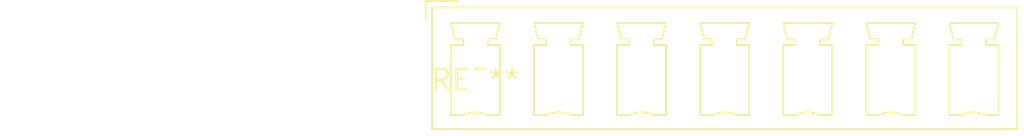
<source format=kicad_pcb>
(kicad_pcb (version 20240108) (generator pcbnew)
  (layers (0 "F.Cu" signal) (31 "B.Cu" signal) (34 "B.Paste" user) (35 "F.Paste" user) (36 "B.SilkS" user "B.Silkscreen") (37 "F.SilkS" user "F.Silkscreen") (38 "B.Mask" user) (39 "F.Mask" user) (44 "Edge.Cuts" user))
  (net 0 "")
  (footprint "PhoenixContact_MCV_1,5_7-G-5.08_1x07_P5.08mm_Vertical" (layer "F.Cu") (at 0 0)
    (property "Reference" "REF**")
    (property "Value" "PhoenixContact_MCV_1,5_7-G-5.08_1x07_P5.08mm_Vertical")
    (fp_line (start -3.04 -4.85) (end -1.04 -4.85) (layer "F.SilkS") (stroke (width 0.12)))
    (fp_line (start -3.04 -3.6) (end -3.04 -4.85) (layer "F.SilkS") (stroke (width 0.12)))
    (fp_line (start -2.65 -4.46) (end -2.65 3.01) (layer "F.SilkS") (stroke (width 0.12)))
    (fp_line (start -2.65 3.01) (end 33.13 3.01) (layer "F.SilkS") (stroke (width 0.12)))
    (fp_line (start -1.5 -3.5) (end 1.5 -3.5) (layer "F.SilkS") (stroke (width 0.12)))
    (fp_line (start -1.5 -2.15) (end -0.75 -2.15) (layer "F.SilkS") (stroke (width 0.12)))
    (fp_line (start -1.5 2.15) (end -1.5 -2.15) (layer "F.SilkS") (stroke (width 0.12)))
    (fp_line (start -1.25 -2.5) (end -1.5 -3.5) (layer "F.SilkS") (stroke (width 0.12)))
    (fp_line (start -0.75 -2.5) (end -1.25 -2.5) (layer "F.SilkS") (stroke (width 0.12)))
    (fp_line (start -0.75 -2.15) (end -0.75 -2.5) (layer "F.SilkS") (stroke (width 0.12)))
    (fp_line (start -0.75 2.15) (end -1.5 2.15) (layer "F.SilkS") (stroke (width 0.12)))
    (fp_line (start 0.75 -2.5) (end 0.75 -2.15) (layer "F.SilkS") (stroke (width 0.12)))
    (fp_line (start 0.75 -2.15) (end 1.5 -2.15) (layer "F.SilkS") (stroke (width 0.12)))
    (fp_line (start 1.25 -2.5) (end 0.75 -2.5) (layer "F.SilkS") (stroke (width 0.12)))
    (fp_line (start 1.5 -3.5) (end 1.25 -2.5) (layer "F.SilkS") (stroke (width 0.12)))
    (fp_line (start 1.5 -2.15) (end 1.5 2.15) (layer "F.SilkS") (stroke (width 0.12)))
    (fp_line (start 1.5 2.15) (end 0.75 2.15) (layer "F.SilkS") (stroke (width 0.12)))
    (fp_line (start 3.58 -3.5) (end 6.58 -3.5) (layer "F.SilkS") (stroke (width 0.12)))
    (fp_line (start 3.58 -2.15) (end 4.33 -2.15) (layer "F.SilkS") (stroke (width 0.12)))
    (fp_line (start 3.58 2.15) (end 3.58 -2.15) (layer "F.SilkS") (stroke (width 0.12)))
    (fp_line (start 3.83 -2.5) (end 3.58 -3.5) (layer "F.SilkS") (stroke (width 0.12)))
    (fp_line (start 4.33 -2.5) (end 3.83 -2.5) (layer "F.SilkS") (stroke (width 0.12)))
    (fp_line (start 4.33 -2.15) (end 4.33 -2.5) (layer "F.SilkS") (stroke (width 0.12)))
    (fp_line (start 4.33 2.15) (end 3.58 2.15) (layer "F.SilkS") (stroke (width 0.12)))
    (fp_line (start 5.83 -2.5) (end 5.83 -2.15) (layer "F.SilkS") (stroke (width 0.12)))
    (fp_line (start 5.83 -2.15) (end 6.58 -2.15) (layer "F.SilkS") (stroke (width 0.12)))
    (fp_line (start 6.33 -2.5) (end 5.83 -2.5) (layer "F.SilkS") (stroke (width 0.12)))
    (fp_line (start 6.58 -3.5) (end 6.33 -2.5) (layer "F.SilkS") (stroke (width 0.12)))
    (fp_line (start 6.58 -2.15) (end 6.58 2.15) (layer "F.SilkS") (stroke (width 0.12)))
    (fp_line (start 6.58 2.15) (end 5.83 2.15) (layer "F.SilkS") (stroke (width 0.12)))
    (fp_line (start 8.66 -3.5) (end 11.66 -3.5) (layer "F.SilkS") (stroke (width 0.12)))
    (fp_line (start 8.66 -2.15) (end 9.41 -2.15) (layer "F.SilkS") (stroke (width 0.12)))
    (fp_line (start 8.66 2.15) (end 8.66 -2.15) (layer "F.SilkS") (stroke (width 0.12)))
    (fp_line (start 8.91 -2.5) (end 8.66 -3.5) (layer "F.SilkS") (stroke (width 0.12)))
    (fp_line (start 9.41 -2.5) (end 8.91 -2.5) (layer "F.SilkS") (stroke (width 0.12)))
    (fp_line (start 9.41 -2.15) (end 9.41 -2.5) (layer "F.SilkS") (stroke (width 0.12)))
    (fp_line (start 9.41 2.15) (end 8.66 2.15) (layer "F.SilkS") (stroke (width 0.12)))
    (fp_line (start 10.91 -2.5) (end 10.91 -2.15) (layer "F.SilkS") (stroke (width 0.12)))
    (fp_line (start 10.91 -2.15) (end 11.66 -2.15) (layer "F.SilkS") (stroke (width 0.12)))
    (fp_line (start 11.41 -2.5) (end 10.91 -2.5) (layer "F.SilkS") (stroke (width 0.12)))
    (fp_line (start 11.66 -3.5) (end 11.41 -2.5) (layer "F.SilkS") (stroke (width 0.12)))
    (fp_line (start 11.66 -2.15) (end 11.66 2.15) (layer "F.SilkS") (stroke (width 0.12)))
    (fp_line (start 11.66 2.15) (end 10.91 2.15) (layer "F.SilkS") (stroke (width 0.12)))
    (fp_line (start 13.74 -3.5) (end 16.74 -3.5) (layer "F.SilkS") (stroke (width 0.12)))
    (fp_line (start 13.74 -2.15) (end 14.49 -2.15) (layer "F.SilkS") (stroke (width 0.12)))
    (fp_line (start 13.74 2.15) (end 13.74 -2.15) (layer "F.SilkS") (stroke (width 0.12)))
    (fp_line (start 13.99 -2.5) (end 13.74 -3.5) (layer "F.SilkS") (stroke (width 0.12)))
    (fp_line (start 14.49 -2.5) (end 13.99 -2.5) (layer "F.SilkS") (stroke (width 0.12)))
    (fp_line (start 14.49 -2.15) (end 14.49 -2.5) (layer "F.SilkS") (stroke (width 0.12)))
    (fp_line (start 14.49 2.15) (end 13.74 2.15) (layer "F.SilkS") (stroke (width 0.12)))
    (fp_line (start 15.99 -2.5) (end 15.99 -2.15) (layer "F.SilkS") (stroke (width 0.12)))
    (fp_line (start 15.99 -2.15) (end 16.74 -2.15) (layer "F.SilkS") (stroke (width 0.12)))
    (fp_line (start 16.49 -2.5) (end 15.99 -2.5) (layer "F.SilkS") (stroke (width 0.12)))
    (fp_line (start 16.74 -3.5) (end 16.49 -2.5) (layer "F.SilkS") (stroke (width 0.12)))
    (fp_line (start 16.74 -2.15) (end 16.74 2.15) (layer "F.SilkS") (stroke (width 0.12)))
    (fp_line (start 16.74 2.15) (end 15.99 2.15) (layer "F.SilkS") (stroke (width 0.12)))
    (fp_line (start 18.82 -3.5) (end 21.82 -3.5) (layer "F.SilkS") (stroke (width 0.12)))
    (fp_line (start 18.82 -2.15) (end 19.57 -2.15) (layer "F.SilkS") (stroke (width 0.12)))
    (fp_line (start 18.82 2.15) (end 18.82 -2.15) (layer "F.SilkS") (stroke (width 0.12)))
    (fp_line (start 19.07 -2.5) (end 18.82 -3.5) (layer "F.SilkS") (stroke (width 0.12)))
    (fp_line (start 19.57 -2.5) (end 19.07 -2.5) (layer "F.SilkS") (stroke (width 0.12)))
    (fp_line (start 19.57 -2.15) (end 19.57 -2.5) (layer "F.SilkS") (stroke (width 0.12)))
    (fp_line (start 19.57 2.15) (end 18.82 2.15) (layer "F.SilkS") (stroke (width 0.12)))
    (fp_line (start 21.07 -2.5) (end 21.07 -2.15) (layer "F.SilkS") (stroke (width 0.12)))
    (fp_line (start 21.07 -2.15) (end 21.82 -2.15) (layer "F.SilkS") (stroke (width 0.12)))
    (fp_line (start 21.57 -2.5) (end 21.07 -2.5) (layer "F.SilkS") (stroke (width 0.12)))
    (fp_line (start 21.82 -3.5) (end 21.57 -2.5) (layer "F.SilkS") (stroke (width 0.12)))
    (fp_line (start 21.82 -2.15) (end 21.82 2.15) (layer "F.SilkS") (stroke (width 0.12)))
    (fp_line (start 21.82 2.15) (end 21.07 2.15) (layer "F.SilkS") (stroke (width 0.12)))
    (fp_line (start 23.9 -3.5) (end 26.9 -3.5) (layer "F.SilkS") (stroke (width 0.12)))
    (fp_line (start 23.9 -2.15) (end 24.65 -2.15) (layer "F.SilkS") (stroke (width 0.12)))
    (fp_line (start 23.9 2.15) (end 23.9 -2.15) (layer "F.SilkS") (stroke (width 0.12)))
    (fp_line (start 24.15 -2.5) (end 23.9 -3.5) (layer "F.SilkS") (stroke (width 0.12)))
    (fp_line (start 24.65 -2.5) (end 24.15 -2.5) (layer "F.SilkS") (stroke (width 0.12)))
    (fp_line (start 24.65 -2.15) (end 24.65 -2.5) (layer "F.SilkS") (stroke (width 0.12)))
    (fp_line (start 24.65 2.15) (end 23.9 2.15) (layer "F.SilkS") (stroke (width 0.12)))
    (fp_line (start 26.15 -2.5) (end 26.15 -2.15) (layer "F.SilkS") (stroke (width 0.12)))
    (fp_line (start 26.15 -2.15) (end 26.9 -2.15) (layer "F.SilkS") (stroke (width 0.12)))
    (fp_line (start 26.65 -2.5) (end 26.15 -2.5) (layer "F.SilkS") (stroke (width 0.12)))
    (fp_line (start 26.9 -3.5) (end 26.65 -2.5) (layer "F.SilkS") (stroke (width 0.12)))
    (fp_line (start 26.9 -2.15) (end 26.9 2.15) (layer "F.SilkS") (stroke (width 0.12)))
    (fp_line (start 26.9 2.15) (end 26.15 2.15) (layer "F.SilkS") (stroke (width 0.12)))
    (fp_line (start 28.98 -3.5) (end 31.98 -3.5) (layer "F.SilkS") (stroke (width 0.12)))
    (fp_line (start 28.98 -2.15) (end 29.73 -2.15) (layer "F.SilkS") (stroke (width 0.12)))
    (fp_line (start 28.98 2.15) (end 28.98 -2.15) (layer "F.SilkS") (stroke (width 0.12)))
    (fp_line (start 29.23 -2.5) (end 28.98 -3.5) (layer "F.SilkS") (stroke (width 0.12)))
    (fp_line (start 29.73 -2.5) (end 29.23 -2.5) (layer "F.SilkS") (stroke (width 0.12)))
    (fp_line (start 29.73 -2.15) (end 29.73 -2.5) (layer "F.SilkS") (stroke (width 0.12)))
    (fp_line (start 29.73 2.15) (end 28.98 2.15) (layer "F.SilkS") (stroke (width 0.12)))
    (fp_line (start 31.23 -2.5) (end 31.23 -2.15) (layer "F.SilkS") (stroke (width 0.12)))
    (fp_line (start 31.23 -2.15) (end 31.98 -2.15) (layer "F.SilkS") (stroke (width 0.12)))
    (fp_line (start 31.73 -2.5) (end 31.23 -2.5) (layer "F.SilkS") (stroke (width 0.12)))
    (fp_line (start 31.98 -3.5) (end 31.73 -2.5) (layer "F.SilkS") (stroke (width 0.12)))
    (fp_line (start 31.98 -2.15) (end 31.98 2.15) (layer "F.SilkS") (stroke (width 0.12)))
    (fp_line (start 31.98 2.15) (end 31.23 2.15) (layer "F.SilkS") (stroke (width 0.12)))
    (fp_line (start 33.13 -4.46) (end -2.65 -4.46) (layer "F.SilkS") (stroke (width 0.12)))
    (fp_line (start 33.13 3.01) (end 33.13 -4.46) (layer "F.SilkS") (stroke (width 0.12)))
    (fp_arc (start -0.75 2.15) (mid -0.000193 1.99191) (end 0.749647 2.149844) (layer "F.SilkS") (stroke (width 0.12)))
    (fp_arc (start 4.33 2.15) (mid 5.079807 1.99191) (end 5.829647 2.149844) (layer "F.SilkS") (stroke (width 0.12)))
    (fp_arc (start 9.41 2.15) (mid 10.159807 1.99191) (end 10.909647 2.149844) (layer "F.SilkS") (stroke (width 0.12)))
    (fp_arc (start 14.49 2.15) (mid 15.239807 1.99191) (end 15.989647 2.149844) (layer "F.SilkS") (stroke (width 0.12)))
    (fp_arc (start 19.57 2.15) (mid 20.319807 1.99191) (end 21.069647 2.149844) (layer "F.SilkS") (stroke (width 0.12)))
    (fp_arc (start 24.65 2.15) (mid 25.399807 1.99191) (end 26.149647 2.149844) (layer "F.SilkS") (stroke (width 0.12)))
    (fp_arc (start 29.73 2.15) (mid 30.479807 1.99191) (end 31.229647 2.149844) (layer "F.SilkS") (stroke (width 0.12)))
    (pad "1" thru_hole roundrect (at 0 0) (size 1.8 3.6) (drill 1.2) (layers *.Cu *.Mask) (remove_unused_layers) (roundrect_rratio 0.138889))
    (pad "2" thru_hole oval (at 5.08 0) (size 1.8 3.6) (drill 1.2) (layers *.Cu *.Mask) (remove_unused_layers))
    (pad "3" thru_hole oval (at 10.16 0) (size 1.8 3.6) (drill 1.2) (layers *.Cu *.Mask) (remove_unused_layers))
    (pad "4" thru_hole oval (at 15.24 0) (size 1.8 3.6) (drill 1.2) (layers *.Cu *.Mask) (remove_unused_layers))
    (pad "5" thru_hole oval (at 20.32 0) (size 1.8 3.6) (drill 1.2) (layers *.Cu *.Mask) (remove_unused_layers))
    (pad "6" thru_hole oval (at 25.4 0) (size 1.8 3.6) (drill 1.2) (layers *.Cu *.Mask) (remove_unused_layers))
    (pad "7" thru_hole oval (at 30.48 0) (size 1.8 3.6) (drill 1.2) (layers *.Cu *.Mask) (remove_unused_layers))
  )
)
</source>
